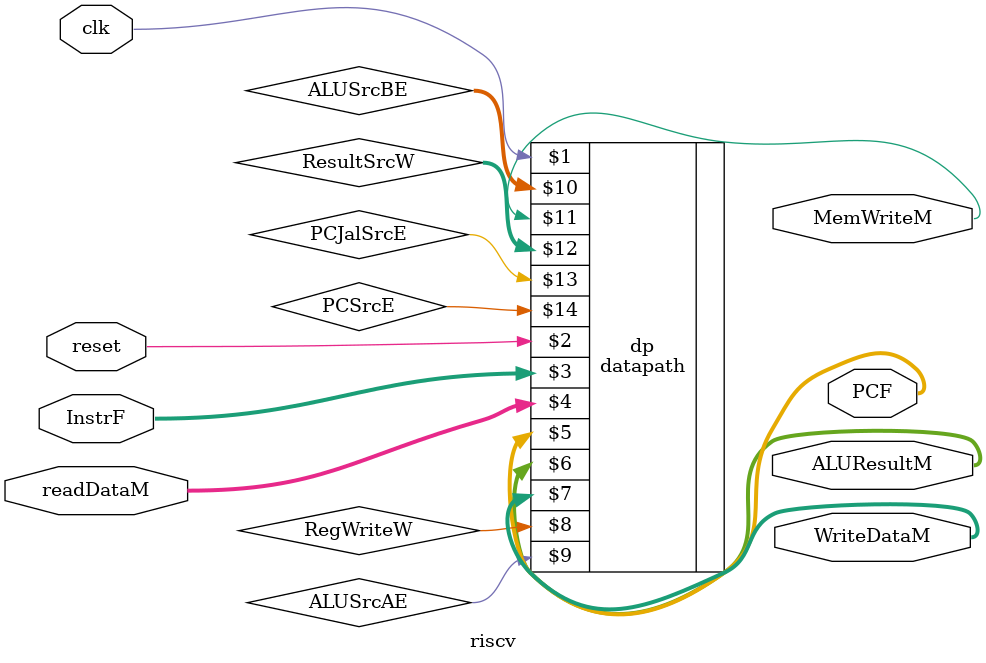
<source format=sv>
module riscv (
    input logic clk, reset,
    output logic [31:0] PCF,
    input logic [31:0] InstrF, 
    output logic MemWriteM,
    output logic [31:0] ALUResultM, WriteDataM,
    input logic [31:0] readDataM
);
    logic RegWriteW, ALUSrcAE, PCJalSrcE, PCSrcE;
    logic [2:0] ImmSrcD;
    logic [1:0] ALUSrcBE;
    logic [1:0] ResultSrcW;
    


    datapath dp (clk, reset, InstrF, readDataM, PCF, ALUResultM, WriteDataM, RegWriteW,
                 ALUSrcAE, ALUSrcBE, MemWriteM, ResultSrcW, PCJalSrcE, PCSrcE, 
                );

    controlpath c ();
    hazard_unit h ();
endmodule
</source>
